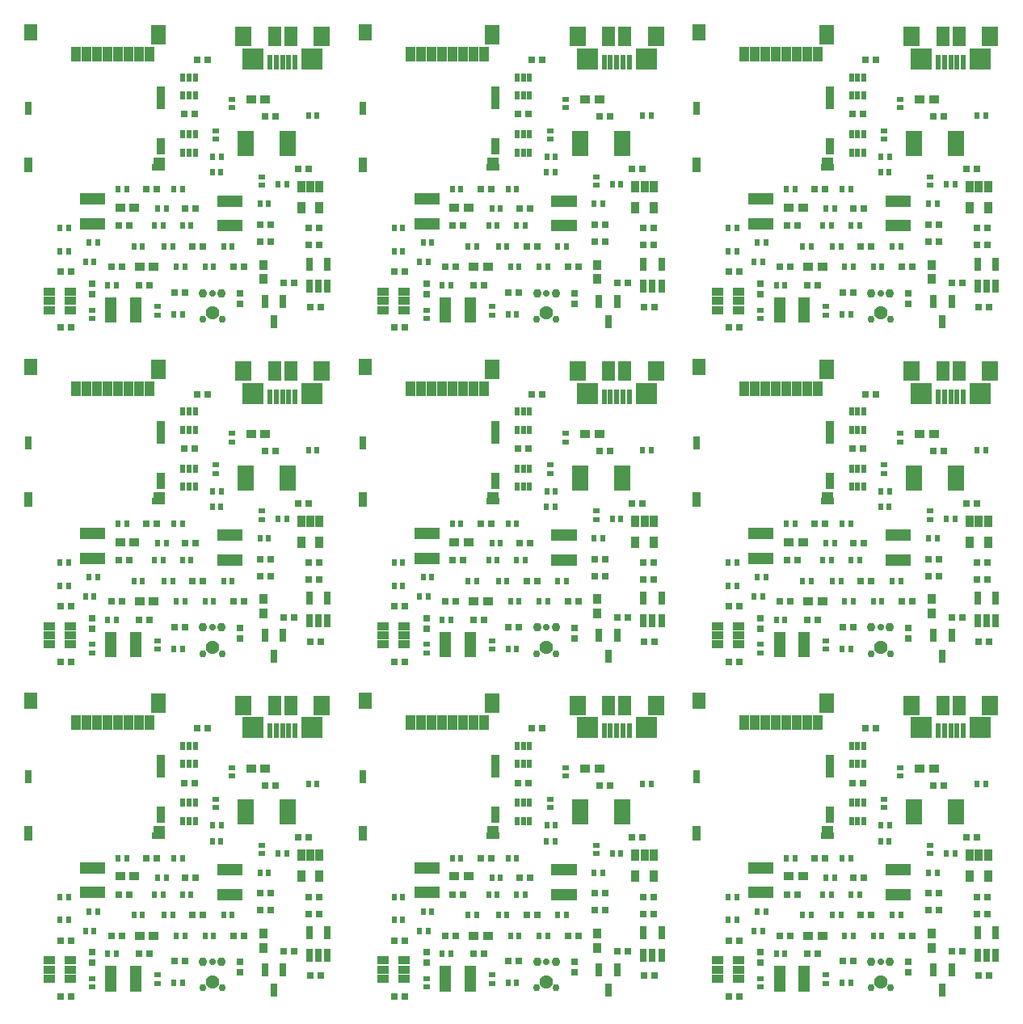
<source format=gbr>
G04 #@! TF.FileFunction,Soldermask,Top*
%FSLAX46Y46*%
G04 Gerber Fmt 4.6, Leading zero omitted, Abs format (unit mm)*
G04 Created by KiCad (PCBNEW 4.0.2+dfsg1-stable) date Wed 22 Jun 2016 02:24:39 PM EDT*
%MOMM*%
G01*
G04 APERTURE LIST*
%ADD10C,0.100000*%
%ADD11R,0.703200X1.403200*%
%ADD12R,0.803200X0.603200*%
%ADD13R,0.603200X1.553200*%
%ADD14R,2.303200X2.203200*%
%ADD15R,1.803200X2.103200*%
%ADD16R,1.403200X2.103200*%
%ADD17R,0.601980X0.952500*%
%ADD18R,0.803200X0.703200*%
%ADD19R,0.853200X1.263200*%
%ADD20R,0.603200X0.803200*%
%ADD21C,0.926200*%
%ADD22C,0.765200*%
%ADD23C,0.715200*%
%ADD24C,1.427200*%
%ADD25R,1.263200X0.853200*%
%ADD26R,0.803200X1.453200*%
%ADD27R,1.653200X0.653200*%
%ADD28R,0.683200X1.193200*%
%ADD29R,1.193200X0.683200*%
%ADD30R,0.703200X0.803200*%
%ADD31R,0.953200X1.003200*%
%ADD32R,1.003200X0.953200*%
%ADD33R,1.003200X1.603200*%
%ADD34R,1.553200X2.003200*%
%ADD35R,1.363200X1.703200*%
%ADD36R,0.853200X2.343200*%
%ADD37R,0.803200X1.353200*%
%ADD38R,0.853200X1.803200*%
%ADD39R,0.853200X1.503200*%
%ADD40R,1.303200X0.653200*%
%ADD41R,1.353200X0.653200*%
G04 APERTURE END LIST*
D10*
D11*
X113093000Y-110680000D03*
X114043000Y-110680000D03*
X114993000Y-110680000D03*
X114993000Y-108330000D03*
X113093000Y-108330000D03*
D12*
X104965000Y-91953000D03*
X104965000Y-91053000D03*
D13*
X108999000Y-87185000D03*
X109649000Y-87185000D03*
X110299000Y-87185000D03*
X110949000Y-87185000D03*
X111599000Y-87185000D03*
D14*
X107199000Y-86860000D03*
X113399000Y-86860000D03*
D15*
X114399000Y-84510000D03*
D16*
X111149000Y-84510000D03*
X109449000Y-84510000D03*
D15*
X106199000Y-84510000D03*
D17*
X99869760Y-90674960D03*
X100520000Y-90674960D03*
X101170240Y-90674960D03*
X101170240Y-88775040D03*
X100520000Y-88775040D03*
X99869760Y-88775040D03*
X99869760Y-96643960D03*
X100520000Y-96643960D03*
X101170240Y-96643960D03*
X101170240Y-94744040D03*
X100520000Y-94744040D03*
X99869760Y-94744040D03*
D18*
X101367000Y-86931000D03*
X102467000Y-86931000D03*
X99970000Y-92646000D03*
X101070000Y-92646000D03*
D19*
X114170000Y-100225000D03*
X113220000Y-100225000D03*
X112270000Y-100225000D03*
X112270000Y-102425000D03*
X114170000Y-102425000D03*
D20*
X113924000Y-92773000D03*
X113024000Y-92773000D03*
D18*
X113051000Y-104584000D03*
X114151000Y-104584000D03*
X113051000Y-106362000D03*
X114151000Y-106362000D03*
X113178000Y-112839000D03*
X114278000Y-112839000D03*
D21*
X101968000Y-111372000D03*
D22*
X101919000Y-114109000D03*
X103949000Y-114109000D03*
D21*
X103900000Y-111372000D03*
D23*
X102934000Y-111372000D03*
D24*
X102934000Y-113475000D03*
D25*
X88031000Y-113154000D03*
X88031000Y-112204000D03*
X88031000Y-111254000D03*
X85831000Y-111254000D03*
X85831000Y-113154000D03*
X85831000Y-112204000D03*
D26*
X110360000Y-112213000D03*
X108460000Y-112213000D03*
X109410000Y-114363000D03*
D27*
X106448000Y-94719000D03*
X106448000Y-95369000D03*
X106448000Y-96019000D03*
X106448000Y-96669000D03*
X110848000Y-96669000D03*
X110848000Y-96019000D03*
X110848000Y-95369000D03*
X110848000Y-94719000D03*
D28*
X105757000Y-101740000D03*
X105107000Y-101740000D03*
X104457000Y-101740000D03*
X103807000Y-101740000D03*
X103807000Y-104330000D03*
X104457000Y-104330000D03*
X105107000Y-104330000D03*
X105757000Y-104330000D03*
X91391000Y-101536000D03*
X90741000Y-101536000D03*
X90091000Y-101536000D03*
X89441000Y-101536000D03*
X89441000Y-104126000D03*
X90091000Y-104126000D03*
X90741000Y-104126000D03*
X91391000Y-104126000D03*
D29*
X92342000Y-112189000D03*
X92342000Y-112839000D03*
X92342000Y-113489000D03*
X92342000Y-114139000D03*
X94932000Y-114139000D03*
X94932000Y-113489000D03*
X94932000Y-112839000D03*
X94932000Y-112189000D03*
D20*
X108844000Y-102044000D03*
X107944000Y-102044000D03*
X110749000Y-100012000D03*
X109849000Y-100012000D03*
D12*
X108140000Y-99181000D03*
X108140000Y-100081000D03*
X103314000Y-95255000D03*
X103314000Y-94355000D03*
D20*
X103891000Y-97091000D03*
X102991000Y-97091000D03*
X102933000Y-98742000D03*
X103833000Y-98742000D03*
X95636000Y-106489000D03*
X94736000Y-106489000D03*
X102171000Y-108648000D03*
X103071000Y-108648000D03*
X97911000Y-106489000D03*
X98811000Y-106489000D03*
X99181000Y-108648000D03*
X100081000Y-108648000D03*
X98927000Y-113601000D03*
X99827000Y-113601000D03*
X104134000Y-106489000D03*
X105034000Y-106489000D03*
X90937000Y-106108000D03*
X90037000Y-106108000D03*
D12*
X97218000Y-112770000D03*
X97218000Y-113670000D03*
D20*
X86989000Y-104584000D03*
X87889000Y-104584000D03*
X98927000Y-100520000D03*
X99827000Y-100520000D03*
X86989000Y-106997000D03*
X87889000Y-106997000D03*
X92000000Y-110553000D03*
X92900000Y-110553000D03*
X99816000Y-104330000D03*
X100716000Y-104330000D03*
X97207000Y-102552000D03*
X98107000Y-102552000D03*
X96895000Y-104330000D03*
X97795000Y-104330000D03*
X93085000Y-100520000D03*
X93985000Y-100520000D03*
D18*
X88116000Y-114998000D03*
X87016000Y-114998000D03*
D30*
X105854000Y-111400000D03*
X105854000Y-112500000D03*
D18*
X110384000Y-110299000D03*
X111484000Y-110299000D03*
D31*
X108267000Y-109906000D03*
X108267000Y-108406000D03*
D32*
X108509000Y-91122000D03*
X107009000Y-91122000D03*
D18*
X108479000Y-92900000D03*
X109579000Y-92900000D03*
X100054000Y-111315000D03*
X98954000Y-111315000D03*
X106277000Y-108648000D03*
X105177000Y-108648000D03*
X100859000Y-106489000D03*
X101959000Y-106489000D03*
X107971000Y-105981000D03*
X109071000Y-105981000D03*
X93112000Y-104330000D03*
X94212000Y-104330000D03*
X95271000Y-110553000D03*
X96371000Y-110553000D03*
X107971000Y-104203000D03*
X109071000Y-104203000D03*
D32*
X93293000Y-102425000D03*
X94793000Y-102425000D03*
X95325000Y-108648000D03*
X96825000Y-108648000D03*
D18*
X101197000Y-102552000D03*
X100097000Y-102552000D03*
X96033000Y-100520000D03*
X97133000Y-100520000D03*
X87016000Y-109156000D03*
X88116000Y-109156000D03*
X92350000Y-108648000D03*
X93450000Y-108648000D03*
D30*
X90360000Y-111484000D03*
X90360000Y-110384000D03*
D12*
X90360000Y-114051000D03*
X90360000Y-113151000D03*
D20*
X89656000Y-108140000D03*
X90556000Y-108140000D03*
D18*
X113008000Y-98361000D03*
X111908000Y-98361000D03*
D33*
X96369000Y-86358000D03*
X95269000Y-86358000D03*
X94169000Y-86358000D03*
X93069000Y-86358000D03*
X91969000Y-86358000D03*
X90869000Y-86358000D03*
X89769000Y-86358000D03*
X88669000Y-86358000D03*
D34*
X97259000Y-84308000D03*
D35*
X83939000Y-84058000D03*
D36*
X97584000Y-90938000D03*
D37*
X83659000Y-92033000D03*
D38*
X97584000Y-96018000D03*
D39*
X83684000Y-97958000D03*
D40*
X97359000Y-97523000D03*
D41*
X97334000Y-98183000D03*
D11*
X113093000Y-75660000D03*
X114043000Y-75660000D03*
X114993000Y-75660000D03*
X114993000Y-73310000D03*
X113093000Y-73310000D03*
D12*
X104965000Y-56933000D03*
X104965000Y-56033000D03*
D13*
X108999000Y-52165000D03*
X109649000Y-52165000D03*
X110299000Y-52165000D03*
X110949000Y-52165000D03*
X111599000Y-52165000D03*
D14*
X107199000Y-51840000D03*
X113399000Y-51840000D03*
D15*
X114399000Y-49490000D03*
D16*
X111149000Y-49490000D03*
X109449000Y-49490000D03*
D15*
X106199000Y-49490000D03*
D17*
X99869760Y-55654960D03*
X100520000Y-55654960D03*
X101170240Y-55654960D03*
X101170240Y-53755040D03*
X100520000Y-53755040D03*
X99869760Y-53755040D03*
X99869760Y-61623960D03*
X100520000Y-61623960D03*
X101170240Y-61623960D03*
X101170240Y-59724040D03*
X100520000Y-59724040D03*
X99869760Y-59724040D03*
D18*
X101367000Y-51911000D03*
X102467000Y-51911000D03*
X99970000Y-57626000D03*
X101070000Y-57626000D03*
D19*
X114170000Y-65205000D03*
X113220000Y-65205000D03*
X112270000Y-65205000D03*
X112270000Y-67405000D03*
X114170000Y-67405000D03*
D20*
X113924000Y-57753000D03*
X113024000Y-57753000D03*
D18*
X113051000Y-69564000D03*
X114151000Y-69564000D03*
X113051000Y-71342000D03*
X114151000Y-71342000D03*
X113178000Y-77819000D03*
X114278000Y-77819000D03*
D21*
X101968000Y-76352000D03*
D22*
X101919000Y-79089000D03*
X103949000Y-79089000D03*
D21*
X103900000Y-76352000D03*
D23*
X102934000Y-76352000D03*
D24*
X102934000Y-78455000D03*
D25*
X88031000Y-78134000D03*
X88031000Y-77184000D03*
X88031000Y-76234000D03*
X85831000Y-76234000D03*
X85831000Y-78134000D03*
X85831000Y-77184000D03*
D26*
X110360000Y-77193000D03*
X108460000Y-77193000D03*
X109410000Y-79343000D03*
D27*
X106448000Y-59699000D03*
X106448000Y-60349000D03*
X106448000Y-60999000D03*
X106448000Y-61649000D03*
X110848000Y-61649000D03*
X110848000Y-60999000D03*
X110848000Y-60349000D03*
X110848000Y-59699000D03*
D28*
X105757000Y-66720000D03*
X105107000Y-66720000D03*
X104457000Y-66720000D03*
X103807000Y-66720000D03*
X103807000Y-69310000D03*
X104457000Y-69310000D03*
X105107000Y-69310000D03*
X105757000Y-69310000D03*
X91391000Y-66516000D03*
X90741000Y-66516000D03*
X90091000Y-66516000D03*
X89441000Y-66516000D03*
X89441000Y-69106000D03*
X90091000Y-69106000D03*
X90741000Y-69106000D03*
X91391000Y-69106000D03*
D29*
X92342000Y-77169000D03*
X92342000Y-77819000D03*
X92342000Y-78469000D03*
X92342000Y-79119000D03*
X94932000Y-79119000D03*
X94932000Y-78469000D03*
X94932000Y-77819000D03*
X94932000Y-77169000D03*
D20*
X108844000Y-67024000D03*
X107944000Y-67024000D03*
X110749000Y-64992000D03*
X109849000Y-64992000D03*
D12*
X108140000Y-64161000D03*
X108140000Y-65061000D03*
X103314000Y-60235000D03*
X103314000Y-59335000D03*
D20*
X103891000Y-62071000D03*
X102991000Y-62071000D03*
X102933000Y-63722000D03*
X103833000Y-63722000D03*
X95636000Y-71469000D03*
X94736000Y-71469000D03*
X102171000Y-73628000D03*
X103071000Y-73628000D03*
X97911000Y-71469000D03*
X98811000Y-71469000D03*
X99181000Y-73628000D03*
X100081000Y-73628000D03*
X98927000Y-78581000D03*
X99827000Y-78581000D03*
X104134000Y-71469000D03*
X105034000Y-71469000D03*
X90937000Y-71088000D03*
X90037000Y-71088000D03*
D12*
X97218000Y-77750000D03*
X97218000Y-78650000D03*
D20*
X86989000Y-69564000D03*
X87889000Y-69564000D03*
X98927000Y-65500000D03*
X99827000Y-65500000D03*
X86989000Y-71977000D03*
X87889000Y-71977000D03*
X92000000Y-75533000D03*
X92900000Y-75533000D03*
X99816000Y-69310000D03*
X100716000Y-69310000D03*
X97207000Y-67532000D03*
X98107000Y-67532000D03*
X96895000Y-69310000D03*
X97795000Y-69310000D03*
X93085000Y-65500000D03*
X93985000Y-65500000D03*
D18*
X88116000Y-79978000D03*
X87016000Y-79978000D03*
D30*
X105854000Y-76380000D03*
X105854000Y-77480000D03*
D18*
X110384000Y-75279000D03*
X111484000Y-75279000D03*
D31*
X108267000Y-74886000D03*
X108267000Y-73386000D03*
D32*
X108509000Y-56102000D03*
X107009000Y-56102000D03*
D18*
X108479000Y-57880000D03*
X109579000Y-57880000D03*
X100054000Y-76295000D03*
X98954000Y-76295000D03*
X106277000Y-73628000D03*
X105177000Y-73628000D03*
X100859000Y-71469000D03*
X101959000Y-71469000D03*
X107971000Y-70961000D03*
X109071000Y-70961000D03*
X93112000Y-69310000D03*
X94212000Y-69310000D03*
X95271000Y-75533000D03*
X96371000Y-75533000D03*
X107971000Y-69183000D03*
X109071000Y-69183000D03*
D32*
X93293000Y-67405000D03*
X94793000Y-67405000D03*
X95325000Y-73628000D03*
X96825000Y-73628000D03*
D18*
X101197000Y-67532000D03*
X100097000Y-67532000D03*
X96033000Y-65500000D03*
X97133000Y-65500000D03*
X87016000Y-74136000D03*
X88116000Y-74136000D03*
X92350000Y-73628000D03*
X93450000Y-73628000D03*
D30*
X90360000Y-76464000D03*
X90360000Y-75364000D03*
D12*
X90360000Y-79031000D03*
X90360000Y-78131000D03*
D20*
X89656000Y-73120000D03*
X90556000Y-73120000D03*
D18*
X113008000Y-63341000D03*
X111908000Y-63341000D03*
D33*
X96369000Y-51338000D03*
X95269000Y-51338000D03*
X94169000Y-51338000D03*
X93069000Y-51338000D03*
X91969000Y-51338000D03*
X90869000Y-51338000D03*
X89769000Y-51338000D03*
X88669000Y-51338000D03*
D34*
X97259000Y-49288000D03*
D35*
X83939000Y-49038000D03*
D36*
X97584000Y-55918000D03*
D37*
X83659000Y-57013000D03*
D38*
X97584000Y-60998000D03*
D39*
X83684000Y-62938000D03*
D40*
X97359000Y-62503000D03*
D41*
X97334000Y-63163000D03*
D11*
X113093000Y-40640000D03*
X114043000Y-40640000D03*
X114993000Y-40640000D03*
X114993000Y-38290000D03*
X113093000Y-38290000D03*
D12*
X104965000Y-21913000D03*
X104965000Y-21013000D03*
D13*
X108999000Y-17145000D03*
X109649000Y-17145000D03*
X110299000Y-17145000D03*
X110949000Y-17145000D03*
X111599000Y-17145000D03*
D14*
X107199000Y-16820000D03*
X113399000Y-16820000D03*
D15*
X114399000Y-14470000D03*
D16*
X111149000Y-14470000D03*
X109449000Y-14470000D03*
D15*
X106199000Y-14470000D03*
D17*
X99869760Y-20634960D03*
X100520000Y-20634960D03*
X101170240Y-20634960D03*
X101170240Y-18735040D03*
X100520000Y-18735040D03*
X99869760Y-18735040D03*
X99869760Y-26603960D03*
X100520000Y-26603960D03*
X101170240Y-26603960D03*
X101170240Y-24704040D03*
X100520000Y-24704040D03*
X99869760Y-24704040D03*
D18*
X101367000Y-16891000D03*
X102467000Y-16891000D03*
X99970000Y-22606000D03*
X101070000Y-22606000D03*
D19*
X114170000Y-30185000D03*
X113220000Y-30185000D03*
X112270000Y-30185000D03*
X112270000Y-32385000D03*
X114170000Y-32385000D03*
D20*
X113924000Y-22733000D03*
X113024000Y-22733000D03*
D18*
X113051000Y-34544000D03*
X114151000Y-34544000D03*
X113051000Y-36322000D03*
X114151000Y-36322000D03*
X113178000Y-42799000D03*
X114278000Y-42799000D03*
D21*
X101968000Y-41332000D03*
D22*
X101919000Y-44069000D03*
X103949000Y-44069000D03*
D21*
X103900000Y-41332000D03*
D23*
X102934000Y-41332000D03*
D24*
X102934000Y-43435000D03*
D25*
X88031000Y-43114000D03*
X88031000Y-42164000D03*
X88031000Y-41214000D03*
X85831000Y-41214000D03*
X85831000Y-43114000D03*
X85831000Y-42164000D03*
D26*
X110360000Y-42173000D03*
X108460000Y-42173000D03*
X109410000Y-44323000D03*
D27*
X106448000Y-24679000D03*
X106448000Y-25329000D03*
X106448000Y-25979000D03*
X106448000Y-26629000D03*
X110848000Y-26629000D03*
X110848000Y-25979000D03*
X110848000Y-25329000D03*
X110848000Y-24679000D03*
D28*
X105757000Y-31700000D03*
X105107000Y-31700000D03*
X104457000Y-31700000D03*
X103807000Y-31700000D03*
X103807000Y-34290000D03*
X104457000Y-34290000D03*
X105107000Y-34290000D03*
X105757000Y-34290000D03*
X91391000Y-31496000D03*
X90741000Y-31496000D03*
X90091000Y-31496000D03*
X89441000Y-31496000D03*
X89441000Y-34086000D03*
X90091000Y-34086000D03*
X90741000Y-34086000D03*
X91391000Y-34086000D03*
D29*
X92342000Y-42149000D03*
X92342000Y-42799000D03*
X92342000Y-43449000D03*
X92342000Y-44099000D03*
X94932000Y-44099000D03*
X94932000Y-43449000D03*
X94932000Y-42799000D03*
X94932000Y-42149000D03*
D20*
X108844000Y-32004000D03*
X107944000Y-32004000D03*
X110749000Y-29972000D03*
X109849000Y-29972000D03*
D12*
X108140000Y-29141000D03*
X108140000Y-30041000D03*
X103314000Y-25215000D03*
X103314000Y-24315000D03*
D20*
X103891000Y-27051000D03*
X102991000Y-27051000D03*
X102933000Y-28702000D03*
X103833000Y-28702000D03*
X95636000Y-36449000D03*
X94736000Y-36449000D03*
X102171000Y-38608000D03*
X103071000Y-38608000D03*
X97911000Y-36449000D03*
X98811000Y-36449000D03*
X99181000Y-38608000D03*
X100081000Y-38608000D03*
X98927000Y-43561000D03*
X99827000Y-43561000D03*
X104134000Y-36449000D03*
X105034000Y-36449000D03*
X90937000Y-36068000D03*
X90037000Y-36068000D03*
D12*
X97218000Y-42730000D03*
X97218000Y-43630000D03*
D20*
X86989000Y-34544000D03*
X87889000Y-34544000D03*
X98927000Y-30480000D03*
X99827000Y-30480000D03*
X86989000Y-36957000D03*
X87889000Y-36957000D03*
X92000000Y-40513000D03*
X92900000Y-40513000D03*
X99816000Y-34290000D03*
X100716000Y-34290000D03*
X97207000Y-32512000D03*
X98107000Y-32512000D03*
X96895000Y-34290000D03*
X97795000Y-34290000D03*
X93085000Y-30480000D03*
X93985000Y-30480000D03*
D18*
X88116000Y-44958000D03*
X87016000Y-44958000D03*
D30*
X105854000Y-41360000D03*
X105854000Y-42460000D03*
D18*
X110384000Y-40259000D03*
X111484000Y-40259000D03*
D31*
X108267000Y-39866000D03*
X108267000Y-38366000D03*
D32*
X108509000Y-21082000D03*
X107009000Y-21082000D03*
D18*
X108479000Y-22860000D03*
X109579000Y-22860000D03*
X100054000Y-41275000D03*
X98954000Y-41275000D03*
X106277000Y-38608000D03*
X105177000Y-38608000D03*
X100859000Y-36449000D03*
X101959000Y-36449000D03*
X107971000Y-35941000D03*
X109071000Y-35941000D03*
X93112000Y-34290000D03*
X94212000Y-34290000D03*
X95271000Y-40513000D03*
X96371000Y-40513000D03*
X107971000Y-34163000D03*
X109071000Y-34163000D03*
D32*
X93293000Y-32385000D03*
X94793000Y-32385000D03*
X95325000Y-38608000D03*
X96825000Y-38608000D03*
D18*
X101197000Y-32512000D03*
X100097000Y-32512000D03*
X96033000Y-30480000D03*
X97133000Y-30480000D03*
X87016000Y-39116000D03*
X88116000Y-39116000D03*
X92350000Y-38608000D03*
X93450000Y-38608000D03*
D30*
X90360000Y-41444000D03*
X90360000Y-40344000D03*
D12*
X90360000Y-44011000D03*
X90360000Y-43111000D03*
D20*
X89656000Y-38100000D03*
X90556000Y-38100000D03*
D18*
X113008000Y-28321000D03*
X111908000Y-28321000D03*
D33*
X96369000Y-16318000D03*
X95269000Y-16318000D03*
X94169000Y-16318000D03*
X93069000Y-16318000D03*
X91969000Y-16318000D03*
X90869000Y-16318000D03*
X89769000Y-16318000D03*
X88669000Y-16318000D03*
D34*
X97259000Y-14268000D03*
D35*
X83939000Y-14018000D03*
D36*
X97584000Y-20898000D03*
D37*
X83659000Y-21993000D03*
D38*
X97584000Y-25978000D03*
D39*
X83684000Y-27918000D03*
D40*
X97359000Y-27483000D03*
D41*
X97334000Y-28143000D03*
D11*
X78073000Y-110680000D03*
X79023000Y-110680000D03*
X79973000Y-110680000D03*
X79973000Y-108330000D03*
X78073000Y-108330000D03*
D12*
X69945000Y-91953000D03*
X69945000Y-91053000D03*
D13*
X73979000Y-87185000D03*
X74629000Y-87185000D03*
X75279000Y-87185000D03*
X75929000Y-87185000D03*
X76579000Y-87185000D03*
D14*
X72179000Y-86860000D03*
X78379000Y-86860000D03*
D15*
X79379000Y-84510000D03*
D16*
X76129000Y-84510000D03*
X74429000Y-84510000D03*
D15*
X71179000Y-84510000D03*
D17*
X64849760Y-90674960D03*
X65500000Y-90674960D03*
X66150240Y-90674960D03*
X66150240Y-88775040D03*
X65500000Y-88775040D03*
X64849760Y-88775040D03*
X64849760Y-96643960D03*
X65500000Y-96643960D03*
X66150240Y-96643960D03*
X66150240Y-94744040D03*
X65500000Y-94744040D03*
X64849760Y-94744040D03*
D18*
X66347000Y-86931000D03*
X67447000Y-86931000D03*
X64950000Y-92646000D03*
X66050000Y-92646000D03*
D19*
X79150000Y-100225000D03*
X78200000Y-100225000D03*
X77250000Y-100225000D03*
X77250000Y-102425000D03*
X79150000Y-102425000D03*
D20*
X78904000Y-92773000D03*
X78004000Y-92773000D03*
D18*
X78031000Y-104584000D03*
X79131000Y-104584000D03*
X78031000Y-106362000D03*
X79131000Y-106362000D03*
X78158000Y-112839000D03*
X79258000Y-112839000D03*
D21*
X66948000Y-111372000D03*
D22*
X66899000Y-114109000D03*
X68929000Y-114109000D03*
D21*
X68880000Y-111372000D03*
D23*
X67914000Y-111372000D03*
D24*
X67914000Y-113475000D03*
D25*
X53011000Y-113154000D03*
X53011000Y-112204000D03*
X53011000Y-111254000D03*
X50811000Y-111254000D03*
X50811000Y-113154000D03*
X50811000Y-112204000D03*
D26*
X75340000Y-112213000D03*
X73440000Y-112213000D03*
X74390000Y-114363000D03*
D27*
X71428000Y-94719000D03*
X71428000Y-95369000D03*
X71428000Y-96019000D03*
X71428000Y-96669000D03*
X75828000Y-96669000D03*
X75828000Y-96019000D03*
X75828000Y-95369000D03*
X75828000Y-94719000D03*
D28*
X70737000Y-101740000D03*
X70087000Y-101740000D03*
X69437000Y-101740000D03*
X68787000Y-101740000D03*
X68787000Y-104330000D03*
X69437000Y-104330000D03*
X70087000Y-104330000D03*
X70737000Y-104330000D03*
X56371000Y-101536000D03*
X55721000Y-101536000D03*
X55071000Y-101536000D03*
X54421000Y-101536000D03*
X54421000Y-104126000D03*
X55071000Y-104126000D03*
X55721000Y-104126000D03*
X56371000Y-104126000D03*
D29*
X57322000Y-112189000D03*
X57322000Y-112839000D03*
X57322000Y-113489000D03*
X57322000Y-114139000D03*
X59912000Y-114139000D03*
X59912000Y-113489000D03*
X59912000Y-112839000D03*
X59912000Y-112189000D03*
D20*
X73824000Y-102044000D03*
X72924000Y-102044000D03*
X75729000Y-100012000D03*
X74829000Y-100012000D03*
D12*
X73120000Y-99181000D03*
X73120000Y-100081000D03*
X68294000Y-95255000D03*
X68294000Y-94355000D03*
D20*
X68871000Y-97091000D03*
X67971000Y-97091000D03*
X67913000Y-98742000D03*
X68813000Y-98742000D03*
X60616000Y-106489000D03*
X59716000Y-106489000D03*
X67151000Y-108648000D03*
X68051000Y-108648000D03*
X62891000Y-106489000D03*
X63791000Y-106489000D03*
X64161000Y-108648000D03*
X65061000Y-108648000D03*
X63907000Y-113601000D03*
X64807000Y-113601000D03*
X69114000Y-106489000D03*
X70014000Y-106489000D03*
X55917000Y-106108000D03*
X55017000Y-106108000D03*
D12*
X62198000Y-112770000D03*
X62198000Y-113670000D03*
D20*
X51969000Y-104584000D03*
X52869000Y-104584000D03*
X63907000Y-100520000D03*
X64807000Y-100520000D03*
X51969000Y-106997000D03*
X52869000Y-106997000D03*
X56980000Y-110553000D03*
X57880000Y-110553000D03*
X64796000Y-104330000D03*
X65696000Y-104330000D03*
X62187000Y-102552000D03*
X63087000Y-102552000D03*
X61875000Y-104330000D03*
X62775000Y-104330000D03*
X58065000Y-100520000D03*
X58965000Y-100520000D03*
D18*
X53096000Y-114998000D03*
X51996000Y-114998000D03*
D30*
X70834000Y-111400000D03*
X70834000Y-112500000D03*
D18*
X75364000Y-110299000D03*
X76464000Y-110299000D03*
D31*
X73247000Y-109906000D03*
X73247000Y-108406000D03*
D32*
X73489000Y-91122000D03*
X71989000Y-91122000D03*
D18*
X73459000Y-92900000D03*
X74559000Y-92900000D03*
X65034000Y-111315000D03*
X63934000Y-111315000D03*
X71257000Y-108648000D03*
X70157000Y-108648000D03*
X65839000Y-106489000D03*
X66939000Y-106489000D03*
X72951000Y-105981000D03*
X74051000Y-105981000D03*
X58092000Y-104330000D03*
X59192000Y-104330000D03*
X60251000Y-110553000D03*
X61351000Y-110553000D03*
X72951000Y-104203000D03*
X74051000Y-104203000D03*
D32*
X58273000Y-102425000D03*
X59773000Y-102425000D03*
X60305000Y-108648000D03*
X61805000Y-108648000D03*
D18*
X66177000Y-102552000D03*
X65077000Y-102552000D03*
X61013000Y-100520000D03*
X62113000Y-100520000D03*
X51996000Y-109156000D03*
X53096000Y-109156000D03*
X57330000Y-108648000D03*
X58430000Y-108648000D03*
D30*
X55340000Y-111484000D03*
X55340000Y-110384000D03*
D12*
X55340000Y-114051000D03*
X55340000Y-113151000D03*
D20*
X54636000Y-108140000D03*
X55536000Y-108140000D03*
D18*
X77988000Y-98361000D03*
X76888000Y-98361000D03*
D33*
X61349000Y-86358000D03*
X60249000Y-86358000D03*
X59149000Y-86358000D03*
X58049000Y-86358000D03*
X56949000Y-86358000D03*
X55849000Y-86358000D03*
X54749000Y-86358000D03*
X53649000Y-86358000D03*
D34*
X62239000Y-84308000D03*
D35*
X48919000Y-84058000D03*
D36*
X62564000Y-90938000D03*
D37*
X48639000Y-92033000D03*
D38*
X62564000Y-96018000D03*
D39*
X48664000Y-97958000D03*
D40*
X62339000Y-97523000D03*
D41*
X62314000Y-98183000D03*
D11*
X78073000Y-75660000D03*
X79023000Y-75660000D03*
X79973000Y-75660000D03*
X79973000Y-73310000D03*
X78073000Y-73310000D03*
D12*
X69945000Y-56933000D03*
X69945000Y-56033000D03*
D13*
X73979000Y-52165000D03*
X74629000Y-52165000D03*
X75279000Y-52165000D03*
X75929000Y-52165000D03*
X76579000Y-52165000D03*
D14*
X72179000Y-51840000D03*
X78379000Y-51840000D03*
D15*
X79379000Y-49490000D03*
D16*
X76129000Y-49490000D03*
X74429000Y-49490000D03*
D15*
X71179000Y-49490000D03*
D17*
X64849760Y-55654960D03*
X65500000Y-55654960D03*
X66150240Y-55654960D03*
X66150240Y-53755040D03*
X65500000Y-53755040D03*
X64849760Y-53755040D03*
X64849760Y-61623960D03*
X65500000Y-61623960D03*
X66150240Y-61623960D03*
X66150240Y-59724040D03*
X65500000Y-59724040D03*
X64849760Y-59724040D03*
D18*
X66347000Y-51911000D03*
X67447000Y-51911000D03*
X64950000Y-57626000D03*
X66050000Y-57626000D03*
D19*
X79150000Y-65205000D03*
X78200000Y-65205000D03*
X77250000Y-65205000D03*
X77250000Y-67405000D03*
X79150000Y-67405000D03*
D20*
X78904000Y-57753000D03*
X78004000Y-57753000D03*
D18*
X78031000Y-69564000D03*
X79131000Y-69564000D03*
X78031000Y-71342000D03*
X79131000Y-71342000D03*
X78158000Y-77819000D03*
X79258000Y-77819000D03*
D21*
X66948000Y-76352000D03*
D22*
X66899000Y-79089000D03*
X68929000Y-79089000D03*
D21*
X68880000Y-76352000D03*
D23*
X67914000Y-76352000D03*
D24*
X67914000Y-78455000D03*
D25*
X53011000Y-78134000D03*
X53011000Y-77184000D03*
X53011000Y-76234000D03*
X50811000Y-76234000D03*
X50811000Y-78134000D03*
X50811000Y-77184000D03*
D26*
X75340000Y-77193000D03*
X73440000Y-77193000D03*
X74390000Y-79343000D03*
D27*
X71428000Y-59699000D03*
X71428000Y-60349000D03*
X71428000Y-60999000D03*
X71428000Y-61649000D03*
X75828000Y-61649000D03*
X75828000Y-60999000D03*
X75828000Y-60349000D03*
X75828000Y-59699000D03*
D28*
X70737000Y-66720000D03*
X70087000Y-66720000D03*
X69437000Y-66720000D03*
X68787000Y-66720000D03*
X68787000Y-69310000D03*
X69437000Y-69310000D03*
X70087000Y-69310000D03*
X70737000Y-69310000D03*
X56371000Y-66516000D03*
X55721000Y-66516000D03*
X55071000Y-66516000D03*
X54421000Y-66516000D03*
X54421000Y-69106000D03*
X55071000Y-69106000D03*
X55721000Y-69106000D03*
X56371000Y-69106000D03*
D29*
X57322000Y-77169000D03*
X57322000Y-77819000D03*
X57322000Y-78469000D03*
X57322000Y-79119000D03*
X59912000Y-79119000D03*
X59912000Y-78469000D03*
X59912000Y-77819000D03*
X59912000Y-77169000D03*
D20*
X73824000Y-67024000D03*
X72924000Y-67024000D03*
X75729000Y-64992000D03*
X74829000Y-64992000D03*
D12*
X73120000Y-64161000D03*
X73120000Y-65061000D03*
X68294000Y-60235000D03*
X68294000Y-59335000D03*
D20*
X68871000Y-62071000D03*
X67971000Y-62071000D03*
X67913000Y-63722000D03*
X68813000Y-63722000D03*
X60616000Y-71469000D03*
X59716000Y-71469000D03*
X67151000Y-73628000D03*
X68051000Y-73628000D03*
X62891000Y-71469000D03*
X63791000Y-71469000D03*
X64161000Y-73628000D03*
X65061000Y-73628000D03*
X63907000Y-78581000D03*
X64807000Y-78581000D03*
X69114000Y-71469000D03*
X70014000Y-71469000D03*
X55917000Y-71088000D03*
X55017000Y-71088000D03*
D12*
X62198000Y-77750000D03*
X62198000Y-78650000D03*
D20*
X51969000Y-69564000D03*
X52869000Y-69564000D03*
X63907000Y-65500000D03*
X64807000Y-65500000D03*
X51969000Y-71977000D03*
X52869000Y-71977000D03*
X56980000Y-75533000D03*
X57880000Y-75533000D03*
X64796000Y-69310000D03*
X65696000Y-69310000D03*
X62187000Y-67532000D03*
X63087000Y-67532000D03*
X61875000Y-69310000D03*
X62775000Y-69310000D03*
X58065000Y-65500000D03*
X58965000Y-65500000D03*
D18*
X53096000Y-79978000D03*
X51996000Y-79978000D03*
D30*
X70834000Y-76380000D03*
X70834000Y-77480000D03*
D18*
X75364000Y-75279000D03*
X76464000Y-75279000D03*
D31*
X73247000Y-74886000D03*
X73247000Y-73386000D03*
D32*
X73489000Y-56102000D03*
X71989000Y-56102000D03*
D18*
X73459000Y-57880000D03*
X74559000Y-57880000D03*
X65034000Y-76295000D03*
X63934000Y-76295000D03*
X71257000Y-73628000D03*
X70157000Y-73628000D03*
X65839000Y-71469000D03*
X66939000Y-71469000D03*
X72951000Y-70961000D03*
X74051000Y-70961000D03*
X58092000Y-69310000D03*
X59192000Y-69310000D03*
X60251000Y-75533000D03*
X61351000Y-75533000D03*
X72951000Y-69183000D03*
X74051000Y-69183000D03*
D32*
X58273000Y-67405000D03*
X59773000Y-67405000D03*
X60305000Y-73628000D03*
X61805000Y-73628000D03*
D18*
X66177000Y-67532000D03*
X65077000Y-67532000D03*
X61013000Y-65500000D03*
X62113000Y-65500000D03*
X51996000Y-74136000D03*
X53096000Y-74136000D03*
X57330000Y-73628000D03*
X58430000Y-73628000D03*
D30*
X55340000Y-76464000D03*
X55340000Y-75364000D03*
D12*
X55340000Y-79031000D03*
X55340000Y-78131000D03*
D20*
X54636000Y-73120000D03*
X55536000Y-73120000D03*
D18*
X77988000Y-63341000D03*
X76888000Y-63341000D03*
D33*
X61349000Y-51338000D03*
X60249000Y-51338000D03*
X59149000Y-51338000D03*
X58049000Y-51338000D03*
X56949000Y-51338000D03*
X55849000Y-51338000D03*
X54749000Y-51338000D03*
X53649000Y-51338000D03*
D34*
X62239000Y-49288000D03*
D35*
X48919000Y-49038000D03*
D36*
X62564000Y-55918000D03*
D37*
X48639000Y-57013000D03*
D38*
X62564000Y-60998000D03*
D39*
X48664000Y-62938000D03*
D40*
X62339000Y-62503000D03*
D41*
X62314000Y-63163000D03*
D11*
X78073000Y-40640000D03*
X79023000Y-40640000D03*
X79973000Y-40640000D03*
X79973000Y-38290000D03*
X78073000Y-38290000D03*
D12*
X69945000Y-21913000D03*
X69945000Y-21013000D03*
D13*
X73979000Y-17145000D03*
X74629000Y-17145000D03*
X75279000Y-17145000D03*
X75929000Y-17145000D03*
X76579000Y-17145000D03*
D14*
X72179000Y-16820000D03*
X78379000Y-16820000D03*
D15*
X79379000Y-14470000D03*
D16*
X76129000Y-14470000D03*
X74429000Y-14470000D03*
D15*
X71179000Y-14470000D03*
D17*
X64849760Y-20634960D03*
X65500000Y-20634960D03*
X66150240Y-20634960D03*
X66150240Y-18735040D03*
X65500000Y-18735040D03*
X64849760Y-18735040D03*
X64849760Y-26603960D03*
X65500000Y-26603960D03*
X66150240Y-26603960D03*
X66150240Y-24704040D03*
X65500000Y-24704040D03*
X64849760Y-24704040D03*
D18*
X66347000Y-16891000D03*
X67447000Y-16891000D03*
X64950000Y-22606000D03*
X66050000Y-22606000D03*
D19*
X79150000Y-30185000D03*
X78200000Y-30185000D03*
X77250000Y-30185000D03*
X77250000Y-32385000D03*
X79150000Y-32385000D03*
D20*
X78904000Y-22733000D03*
X78004000Y-22733000D03*
D18*
X78031000Y-34544000D03*
X79131000Y-34544000D03*
X78031000Y-36322000D03*
X79131000Y-36322000D03*
X78158000Y-42799000D03*
X79258000Y-42799000D03*
D21*
X66948000Y-41332000D03*
D22*
X66899000Y-44069000D03*
X68929000Y-44069000D03*
D21*
X68880000Y-41332000D03*
D23*
X67914000Y-41332000D03*
D24*
X67914000Y-43435000D03*
D25*
X53011000Y-43114000D03*
X53011000Y-42164000D03*
X53011000Y-41214000D03*
X50811000Y-41214000D03*
X50811000Y-43114000D03*
X50811000Y-42164000D03*
D26*
X75340000Y-42173000D03*
X73440000Y-42173000D03*
X74390000Y-44323000D03*
D27*
X71428000Y-24679000D03*
X71428000Y-25329000D03*
X71428000Y-25979000D03*
X71428000Y-26629000D03*
X75828000Y-26629000D03*
X75828000Y-25979000D03*
X75828000Y-25329000D03*
X75828000Y-24679000D03*
D28*
X70737000Y-31700000D03*
X70087000Y-31700000D03*
X69437000Y-31700000D03*
X68787000Y-31700000D03*
X68787000Y-34290000D03*
X69437000Y-34290000D03*
X70087000Y-34290000D03*
X70737000Y-34290000D03*
X56371000Y-31496000D03*
X55721000Y-31496000D03*
X55071000Y-31496000D03*
X54421000Y-31496000D03*
X54421000Y-34086000D03*
X55071000Y-34086000D03*
X55721000Y-34086000D03*
X56371000Y-34086000D03*
D29*
X57322000Y-42149000D03*
X57322000Y-42799000D03*
X57322000Y-43449000D03*
X57322000Y-44099000D03*
X59912000Y-44099000D03*
X59912000Y-43449000D03*
X59912000Y-42799000D03*
X59912000Y-42149000D03*
D20*
X73824000Y-32004000D03*
X72924000Y-32004000D03*
X75729000Y-29972000D03*
X74829000Y-29972000D03*
D12*
X73120000Y-29141000D03*
X73120000Y-30041000D03*
X68294000Y-25215000D03*
X68294000Y-24315000D03*
D20*
X68871000Y-27051000D03*
X67971000Y-27051000D03*
X67913000Y-28702000D03*
X68813000Y-28702000D03*
X60616000Y-36449000D03*
X59716000Y-36449000D03*
X67151000Y-38608000D03*
X68051000Y-38608000D03*
X62891000Y-36449000D03*
X63791000Y-36449000D03*
X64161000Y-38608000D03*
X65061000Y-38608000D03*
X63907000Y-43561000D03*
X64807000Y-43561000D03*
X69114000Y-36449000D03*
X70014000Y-36449000D03*
X55917000Y-36068000D03*
X55017000Y-36068000D03*
D12*
X62198000Y-42730000D03*
X62198000Y-43630000D03*
D20*
X51969000Y-34544000D03*
X52869000Y-34544000D03*
X63907000Y-30480000D03*
X64807000Y-30480000D03*
X51969000Y-36957000D03*
X52869000Y-36957000D03*
X56980000Y-40513000D03*
X57880000Y-40513000D03*
X64796000Y-34290000D03*
X65696000Y-34290000D03*
X62187000Y-32512000D03*
X63087000Y-32512000D03*
X61875000Y-34290000D03*
X62775000Y-34290000D03*
X58065000Y-30480000D03*
X58965000Y-30480000D03*
D18*
X53096000Y-44958000D03*
X51996000Y-44958000D03*
D30*
X70834000Y-41360000D03*
X70834000Y-42460000D03*
D18*
X75364000Y-40259000D03*
X76464000Y-40259000D03*
D31*
X73247000Y-39866000D03*
X73247000Y-38366000D03*
D32*
X73489000Y-21082000D03*
X71989000Y-21082000D03*
D18*
X73459000Y-22860000D03*
X74559000Y-22860000D03*
X65034000Y-41275000D03*
X63934000Y-41275000D03*
X71257000Y-38608000D03*
X70157000Y-38608000D03*
X65839000Y-36449000D03*
X66939000Y-36449000D03*
X72951000Y-35941000D03*
X74051000Y-35941000D03*
X58092000Y-34290000D03*
X59192000Y-34290000D03*
X60251000Y-40513000D03*
X61351000Y-40513000D03*
X72951000Y-34163000D03*
X74051000Y-34163000D03*
D32*
X58273000Y-32385000D03*
X59773000Y-32385000D03*
X60305000Y-38608000D03*
X61805000Y-38608000D03*
D18*
X66177000Y-32512000D03*
X65077000Y-32512000D03*
X61013000Y-30480000D03*
X62113000Y-30480000D03*
X51996000Y-39116000D03*
X53096000Y-39116000D03*
X57330000Y-38608000D03*
X58430000Y-38608000D03*
D30*
X55340000Y-41444000D03*
X55340000Y-40344000D03*
D12*
X55340000Y-44011000D03*
X55340000Y-43111000D03*
D20*
X54636000Y-38100000D03*
X55536000Y-38100000D03*
D18*
X77988000Y-28321000D03*
X76888000Y-28321000D03*
D33*
X61349000Y-16318000D03*
X60249000Y-16318000D03*
X59149000Y-16318000D03*
X58049000Y-16318000D03*
X56949000Y-16318000D03*
X55849000Y-16318000D03*
X54749000Y-16318000D03*
X53649000Y-16318000D03*
D34*
X62239000Y-14268000D03*
D35*
X48919000Y-14018000D03*
D36*
X62564000Y-20898000D03*
D37*
X48639000Y-21993000D03*
D38*
X62564000Y-25978000D03*
D39*
X48664000Y-27918000D03*
D40*
X62339000Y-27483000D03*
D41*
X62314000Y-28143000D03*
D11*
X43053000Y-110680000D03*
X44003000Y-110680000D03*
X44953000Y-110680000D03*
X44953000Y-108330000D03*
X43053000Y-108330000D03*
D12*
X34925000Y-91953000D03*
X34925000Y-91053000D03*
D13*
X38959000Y-87185000D03*
X39609000Y-87185000D03*
X40259000Y-87185000D03*
X40909000Y-87185000D03*
X41559000Y-87185000D03*
D14*
X37159000Y-86860000D03*
X43359000Y-86860000D03*
D15*
X44359000Y-84510000D03*
D16*
X41109000Y-84510000D03*
X39409000Y-84510000D03*
D15*
X36159000Y-84510000D03*
D17*
X29829760Y-90674960D03*
X30480000Y-90674960D03*
X31130240Y-90674960D03*
X31130240Y-88775040D03*
X30480000Y-88775040D03*
X29829760Y-88775040D03*
X29829760Y-96643960D03*
X30480000Y-96643960D03*
X31130240Y-96643960D03*
X31130240Y-94744040D03*
X30480000Y-94744040D03*
X29829760Y-94744040D03*
D18*
X31327000Y-86931000D03*
X32427000Y-86931000D03*
X29930000Y-92646000D03*
X31030000Y-92646000D03*
D19*
X44130000Y-100225000D03*
X43180000Y-100225000D03*
X42230000Y-100225000D03*
X42230000Y-102425000D03*
X44130000Y-102425000D03*
D20*
X43884000Y-92773000D03*
X42984000Y-92773000D03*
D18*
X43011000Y-104584000D03*
X44111000Y-104584000D03*
X43011000Y-106362000D03*
X44111000Y-106362000D03*
X43138000Y-112839000D03*
X44238000Y-112839000D03*
D21*
X31928000Y-111372000D03*
D22*
X31879000Y-114109000D03*
X33909000Y-114109000D03*
D21*
X33860000Y-111372000D03*
D23*
X32894000Y-111372000D03*
D24*
X32894000Y-113475000D03*
D25*
X17991000Y-113154000D03*
X17991000Y-112204000D03*
X17991000Y-111254000D03*
X15791000Y-111254000D03*
X15791000Y-113154000D03*
X15791000Y-112204000D03*
D26*
X40320000Y-112213000D03*
X38420000Y-112213000D03*
X39370000Y-114363000D03*
D27*
X36408000Y-94719000D03*
X36408000Y-95369000D03*
X36408000Y-96019000D03*
X36408000Y-96669000D03*
X40808000Y-96669000D03*
X40808000Y-96019000D03*
X40808000Y-95369000D03*
X40808000Y-94719000D03*
D28*
X35717000Y-101740000D03*
X35067000Y-101740000D03*
X34417000Y-101740000D03*
X33767000Y-101740000D03*
X33767000Y-104330000D03*
X34417000Y-104330000D03*
X35067000Y-104330000D03*
X35717000Y-104330000D03*
X21351000Y-101536000D03*
X20701000Y-101536000D03*
X20051000Y-101536000D03*
X19401000Y-101536000D03*
X19401000Y-104126000D03*
X20051000Y-104126000D03*
X20701000Y-104126000D03*
X21351000Y-104126000D03*
D29*
X22302000Y-112189000D03*
X22302000Y-112839000D03*
X22302000Y-113489000D03*
X22302000Y-114139000D03*
X24892000Y-114139000D03*
X24892000Y-113489000D03*
X24892000Y-112839000D03*
X24892000Y-112189000D03*
D20*
X38804000Y-102044000D03*
X37904000Y-102044000D03*
X40709000Y-100012000D03*
X39809000Y-100012000D03*
D12*
X38100000Y-99181000D03*
X38100000Y-100081000D03*
X33274000Y-95255000D03*
X33274000Y-94355000D03*
D20*
X33851000Y-97091000D03*
X32951000Y-97091000D03*
X32893000Y-98742000D03*
X33793000Y-98742000D03*
X25596000Y-106489000D03*
X24696000Y-106489000D03*
X32131000Y-108648000D03*
X33031000Y-108648000D03*
X27871000Y-106489000D03*
X28771000Y-106489000D03*
X29141000Y-108648000D03*
X30041000Y-108648000D03*
X28887000Y-113601000D03*
X29787000Y-113601000D03*
X34094000Y-106489000D03*
X34994000Y-106489000D03*
X20897000Y-106108000D03*
X19997000Y-106108000D03*
D12*
X27178000Y-112770000D03*
X27178000Y-113670000D03*
D20*
X16949000Y-104584000D03*
X17849000Y-104584000D03*
X28887000Y-100520000D03*
X29787000Y-100520000D03*
X16949000Y-106997000D03*
X17849000Y-106997000D03*
X21960000Y-110553000D03*
X22860000Y-110553000D03*
X29776000Y-104330000D03*
X30676000Y-104330000D03*
X27167000Y-102552000D03*
X28067000Y-102552000D03*
X26855000Y-104330000D03*
X27755000Y-104330000D03*
X23045000Y-100520000D03*
X23945000Y-100520000D03*
D18*
X18076000Y-114998000D03*
X16976000Y-114998000D03*
D30*
X35814000Y-111400000D03*
X35814000Y-112500000D03*
D18*
X40344000Y-110299000D03*
X41444000Y-110299000D03*
D31*
X38227000Y-109906000D03*
X38227000Y-108406000D03*
D32*
X38469000Y-91122000D03*
X36969000Y-91122000D03*
D18*
X38439000Y-92900000D03*
X39539000Y-92900000D03*
X30014000Y-111315000D03*
X28914000Y-111315000D03*
X36237000Y-108648000D03*
X35137000Y-108648000D03*
X30819000Y-106489000D03*
X31919000Y-106489000D03*
X37931000Y-105981000D03*
X39031000Y-105981000D03*
X23072000Y-104330000D03*
X24172000Y-104330000D03*
X25231000Y-110553000D03*
X26331000Y-110553000D03*
X37931000Y-104203000D03*
X39031000Y-104203000D03*
D32*
X23253000Y-102425000D03*
X24753000Y-102425000D03*
X25285000Y-108648000D03*
X26785000Y-108648000D03*
D18*
X31157000Y-102552000D03*
X30057000Y-102552000D03*
X25993000Y-100520000D03*
X27093000Y-100520000D03*
X16976000Y-109156000D03*
X18076000Y-109156000D03*
X22310000Y-108648000D03*
X23410000Y-108648000D03*
D30*
X20320000Y-111484000D03*
X20320000Y-110384000D03*
D12*
X20320000Y-114051000D03*
X20320000Y-113151000D03*
D20*
X19616000Y-108140000D03*
X20516000Y-108140000D03*
D18*
X42968000Y-98361000D03*
X41868000Y-98361000D03*
D33*
X26329000Y-86358000D03*
X25229000Y-86358000D03*
X24129000Y-86358000D03*
X23029000Y-86358000D03*
X21929000Y-86358000D03*
X20829000Y-86358000D03*
X19729000Y-86358000D03*
X18629000Y-86358000D03*
D34*
X27219000Y-84308000D03*
D35*
X13899000Y-84058000D03*
D36*
X27544000Y-90938000D03*
D37*
X13619000Y-92033000D03*
D38*
X27544000Y-96018000D03*
D39*
X13644000Y-97958000D03*
D40*
X27319000Y-97523000D03*
D41*
X27294000Y-98183000D03*
D11*
X43053000Y-75660000D03*
X44003000Y-75660000D03*
X44953000Y-75660000D03*
X44953000Y-73310000D03*
X43053000Y-73310000D03*
D12*
X34925000Y-56933000D03*
X34925000Y-56033000D03*
D13*
X38959000Y-52165000D03*
X39609000Y-52165000D03*
X40259000Y-52165000D03*
X40909000Y-52165000D03*
X41559000Y-52165000D03*
D14*
X37159000Y-51840000D03*
X43359000Y-51840000D03*
D15*
X44359000Y-49490000D03*
D16*
X41109000Y-49490000D03*
X39409000Y-49490000D03*
D15*
X36159000Y-49490000D03*
D17*
X29829760Y-55654960D03*
X30480000Y-55654960D03*
X31130240Y-55654960D03*
X31130240Y-53755040D03*
X30480000Y-53755040D03*
X29829760Y-53755040D03*
X29829760Y-61623960D03*
X30480000Y-61623960D03*
X31130240Y-61623960D03*
X31130240Y-59724040D03*
X30480000Y-59724040D03*
X29829760Y-59724040D03*
D18*
X31327000Y-51911000D03*
X32427000Y-51911000D03*
X29930000Y-57626000D03*
X31030000Y-57626000D03*
D19*
X44130000Y-65205000D03*
X43180000Y-65205000D03*
X42230000Y-65205000D03*
X42230000Y-67405000D03*
X44130000Y-67405000D03*
D20*
X43884000Y-57753000D03*
X42984000Y-57753000D03*
D18*
X43011000Y-69564000D03*
X44111000Y-69564000D03*
X43011000Y-71342000D03*
X44111000Y-71342000D03*
X43138000Y-77819000D03*
X44238000Y-77819000D03*
D21*
X31928000Y-76352000D03*
D22*
X31879000Y-79089000D03*
X33909000Y-79089000D03*
D21*
X33860000Y-76352000D03*
D23*
X32894000Y-76352000D03*
D24*
X32894000Y-78455000D03*
D25*
X17991000Y-78134000D03*
X17991000Y-77184000D03*
X17991000Y-76234000D03*
X15791000Y-76234000D03*
X15791000Y-78134000D03*
X15791000Y-77184000D03*
D26*
X40320000Y-77193000D03*
X38420000Y-77193000D03*
X39370000Y-79343000D03*
D27*
X36408000Y-59699000D03*
X36408000Y-60349000D03*
X36408000Y-60999000D03*
X36408000Y-61649000D03*
X40808000Y-61649000D03*
X40808000Y-60999000D03*
X40808000Y-60349000D03*
X40808000Y-59699000D03*
D28*
X35717000Y-66720000D03*
X35067000Y-66720000D03*
X34417000Y-66720000D03*
X33767000Y-66720000D03*
X33767000Y-69310000D03*
X34417000Y-69310000D03*
X35067000Y-69310000D03*
X35717000Y-69310000D03*
X21351000Y-66516000D03*
X20701000Y-66516000D03*
X20051000Y-66516000D03*
X19401000Y-66516000D03*
X19401000Y-69106000D03*
X20051000Y-69106000D03*
X20701000Y-69106000D03*
X21351000Y-69106000D03*
D29*
X22302000Y-77169000D03*
X22302000Y-77819000D03*
X22302000Y-78469000D03*
X22302000Y-79119000D03*
X24892000Y-79119000D03*
X24892000Y-78469000D03*
X24892000Y-77819000D03*
X24892000Y-77169000D03*
D20*
X38804000Y-67024000D03*
X37904000Y-67024000D03*
X40709000Y-64992000D03*
X39809000Y-64992000D03*
D12*
X38100000Y-64161000D03*
X38100000Y-65061000D03*
X33274000Y-60235000D03*
X33274000Y-59335000D03*
D20*
X33851000Y-62071000D03*
X32951000Y-62071000D03*
X32893000Y-63722000D03*
X33793000Y-63722000D03*
X25596000Y-71469000D03*
X24696000Y-71469000D03*
X32131000Y-73628000D03*
X33031000Y-73628000D03*
X27871000Y-71469000D03*
X28771000Y-71469000D03*
X29141000Y-73628000D03*
X30041000Y-73628000D03*
X28887000Y-78581000D03*
X29787000Y-78581000D03*
X34094000Y-71469000D03*
X34994000Y-71469000D03*
X20897000Y-71088000D03*
X19997000Y-71088000D03*
D12*
X27178000Y-77750000D03*
X27178000Y-78650000D03*
D20*
X16949000Y-69564000D03*
X17849000Y-69564000D03*
X28887000Y-65500000D03*
X29787000Y-65500000D03*
X16949000Y-71977000D03*
X17849000Y-71977000D03*
X21960000Y-75533000D03*
X22860000Y-75533000D03*
X29776000Y-69310000D03*
X30676000Y-69310000D03*
X27167000Y-67532000D03*
X28067000Y-67532000D03*
X26855000Y-69310000D03*
X27755000Y-69310000D03*
X23045000Y-65500000D03*
X23945000Y-65500000D03*
D18*
X18076000Y-79978000D03*
X16976000Y-79978000D03*
D30*
X35814000Y-76380000D03*
X35814000Y-77480000D03*
D18*
X40344000Y-75279000D03*
X41444000Y-75279000D03*
D31*
X38227000Y-74886000D03*
X38227000Y-73386000D03*
D32*
X38469000Y-56102000D03*
X36969000Y-56102000D03*
D18*
X38439000Y-57880000D03*
X39539000Y-57880000D03*
X30014000Y-76295000D03*
X28914000Y-76295000D03*
X36237000Y-73628000D03*
X35137000Y-73628000D03*
X30819000Y-71469000D03*
X31919000Y-71469000D03*
X37931000Y-70961000D03*
X39031000Y-70961000D03*
X23072000Y-69310000D03*
X24172000Y-69310000D03*
X25231000Y-75533000D03*
X26331000Y-75533000D03*
X37931000Y-69183000D03*
X39031000Y-69183000D03*
D32*
X23253000Y-67405000D03*
X24753000Y-67405000D03*
X25285000Y-73628000D03*
X26785000Y-73628000D03*
D18*
X31157000Y-67532000D03*
X30057000Y-67532000D03*
X25993000Y-65500000D03*
X27093000Y-65500000D03*
X16976000Y-74136000D03*
X18076000Y-74136000D03*
X22310000Y-73628000D03*
X23410000Y-73628000D03*
D30*
X20320000Y-76464000D03*
X20320000Y-75364000D03*
D12*
X20320000Y-79031000D03*
X20320000Y-78131000D03*
D20*
X19616000Y-73120000D03*
X20516000Y-73120000D03*
D18*
X42968000Y-63341000D03*
X41868000Y-63341000D03*
D33*
X26329000Y-51338000D03*
X25229000Y-51338000D03*
X24129000Y-51338000D03*
X23029000Y-51338000D03*
X21929000Y-51338000D03*
X20829000Y-51338000D03*
X19729000Y-51338000D03*
X18629000Y-51338000D03*
D34*
X27219000Y-49288000D03*
D35*
X13899000Y-49038000D03*
D36*
X27544000Y-55918000D03*
D37*
X13619000Y-57013000D03*
D38*
X27544000Y-60998000D03*
D39*
X13644000Y-62938000D03*
D40*
X27319000Y-62503000D03*
D41*
X27294000Y-63163000D03*
D33*
X26329000Y-16318000D03*
X25229000Y-16318000D03*
X24129000Y-16318000D03*
X23029000Y-16318000D03*
X21929000Y-16318000D03*
X20829000Y-16318000D03*
X19729000Y-16318000D03*
X18629000Y-16318000D03*
D34*
X27219000Y-14268000D03*
D35*
X13899000Y-14018000D03*
D36*
X27544000Y-20898000D03*
D37*
X13619000Y-21993000D03*
D38*
X27544000Y-25978000D03*
D39*
X13644000Y-27918000D03*
D40*
X27319000Y-27483000D03*
D41*
X27294000Y-28143000D03*
D18*
X42968000Y-28321000D03*
X41868000Y-28321000D03*
D20*
X19616000Y-38100000D03*
X20516000Y-38100000D03*
D12*
X20320000Y-44011000D03*
X20320000Y-43111000D03*
D30*
X20320000Y-41444000D03*
X20320000Y-40344000D03*
D18*
X22310000Y-38608000D03*
X23410000Y-38608000D03*
X16976000Y-39116000D03*
X18076000Y-39116000D03*
X25993000Y-30480000D03*
X27093000Y-30480000D03*
X31157000Y-32512000D03*
X30057000Y-32512000D03*
D32*
X25285000Y-38608000D03*
X26785000Y-38608000D03*
X23253000Y-32385000D03*
X24753000Y-32385000D03*
D18*
X37931000Y-34163000D03*
X39031000Y-34163000D03*
X25231000Y-40513000D03*
X26331000Y-40513000D03*
X23072000Y-34290000D03*
X24172000Y-34290000D03*
X37931000Y-35941000D03*
X39031000Y-35941000D03*
X30819000Y-36449000D03*
X31919000Y-36449000D03*
X36237000Y-38608000D03*
X35137000Y-38608000D03*
X30014000Y-41275000D03*
X28914000Y-41275000D03*
X38439000Y-22860000D03*
X39539000Y-22860000D03*
D32*
X38469000Y-21082000D03*
X36969000Y-21082000D03*
D31*
X38227000Y-39866000D03*
X38227000Y-38366000D03*
D18*
X40344000Y-40259000D03*
X41444000Y-40259000D03*
D30*
X35814000Y-41360000D03*
X35814000Y-42460000D03*
D18*
X18076000Y-44958000D03*
X16976000Y-44958000D03*
D20*
X23045000Y-30480000D03*
X23945000Y-30480000D03*
X26855000Y-34290000D03*
X27755000Y-34290000D03*
X27167000Y-32512000D03*
X28067000Y-32512000D03*
X29776000Y-34290000D03*
X30676000Y-34290000D03*
X21960000Y-40513000D03*
X22860000Y-40513000D03*
X16949000Y-36957000D03*
X17849000Y-36957000D03*
X28887000Y-30480000D03*
X29787000Y-30480000D03*
X16949000Y-34544000D03*
X17849000Y-34544000D03*
D12*
X27178000Y-42730000D03*
X27178000Y-43630000D03*
D20*
X20897000Y-36068000D03*
X19997000Y-36068000D03*
X34094000Y-36449000D03*
X34994000Y-36449000D03*
X28887000Y-43561000D03*
X29787000Y-43561000D03*
X29141000Y-38608000D03*
X30041000Y-38608000D03*
X27871000Y-36449000D03*
X28771000Y-36449000D03*
X32131000Y-38608000D03*
X33031000Y-38608000D03*
X25596000Y-36449000D03*
X24696000Y-36449000D03*
X32893000Y-28702000D03*
X33793000Y-28702000D03*
X33851000Y-27051000D03*
X32951000Y-27051000D03*
D12*
X33274000Y-25215000D03*
X33274000Y-24315000D03*
X38100000Y-29141000D03*
X38100000Y-30041000D03*
D20*
X40709000Y-29972000D03*
X39809000Y-29972000D03*
X38804000Y-32004000D03*
X37904000Y-32004000D03*
D29*
X22302000Y-42149000D03*
X22302000Y-42799000D03*
X22302000Y-43449000D03*
X22302000Y-44099000D03*
X24892000Y-44099000D03*
X24892000Y-43449000D03*
X24892000Y-42799000D03*
X24892000Y-42149000D03*
D28*
X21351000Y-31496000D03*
X20701000Y-31496000D03*
X20051000Y-31496000D03*
X19401000Y-31496000D03*
X19401000Y-34086000D03*
X20051000Y-34086000D03*
X20701000Y-34086000D03*
X21351000Y-34086000D03*
X35717000Y-31700000D03*
X35067000Y-31700000D03*
X34417000Y-31700000D03*
X33767000Y-31700000D03*
X33767000Y-34290000D03*
X34417000Y-34290000D03*
X35067000Y-34290000D03*
X35717000Y-34290000D03*
D27*
X36408000Y-24679000D03*
X36408000Y-25329000D03*
X36408000Y-25979000D03*
X36408000Y-26629000D03*
X40808000Y-26629000D03*
X40808000Y-25979000D03*
X40808000Y-25329000D03*
X40808000Y-24679000D03*
D26*
X40320000Y-42173000D03*
X38420000Y-42173000D03*
X39370000Y-44323000D03*
D25*
X17991000Y-43114000D03*
X17991000Y-42164000D03*
X17991000Y-41214000D03*
X15791000Y-41214000D03*
X15791000Y-43114000D03*
X15791000Y-42164000D03*
D21*
X31928000Y-41332000D03*
D22*
X31879000Y-44069000D03*
X33909000Y-44069000D03*
D21*
X33860000Y-41332000D03*
D23*
X32894000Y-41332000D03*
D24*
X32894000Y-43435000D03*
D18*
X43138000Y-42799000D03*
X44238000Y-42799000D03*
X43011000Y-36322000D03*
X44111000Y-36322000D03*
X43011000Y-34544000D03*
X44111000Y-34544000D03*
D20*
X43884000Y-22733000D03*
X42984000Y-22733000D03*
D19*
X44130000Y-30185000D03*
X43180000Y-30185000D03*
X42230000Y-30185000D03*
X42230000Y-32385000D03*
X44130000Y-32385000D03*
D18*
X29930000Y-22606000D03*
X31030000Y-22606000D03*
X31327000Y-16891000D03*
X32427000Y-16891000D03*
D17*
X29829760Y-26603960D03*
X30480000Y-26603960D03*
X31130240Y-26603960D03*
X31130240Y-24704040D03*
X30480000Y-24704040D03*
X29829760Y-24704040D03*
X29829760Y-20634960D03*
X30480000Y-20634960D03*
X31130240Y-20634960D03*
X31130240Y-18735040D03*
X30480000Y-18735040D03*
X29829760Y-18735040D03*
D13*
X38959000Y-17145000D03*
X39609000Y-17145000D03*
X40259000Y-17145000D03*
X40909000Y-17145000D03*
X41559000Y-17145000D03*
D14*
X37159000Y-16820000D03*
X43359000Y-16820000D03*
D15*
X44359000Y-14470000D03*
D16*
X41109000Y-14470000D03*
X39409000Y-14470000D03*
D15*
X36159000Y-14470000D03*
D12*
X34925000Y-21913000D03*
X34925000Y-21013000D03*
D11*
X43053000Y-40640000D03*
X44003000Y-40640000D03*
X44953000Y-40640000D03*
X44953000Y-38290000D03*
X43053000Y-38290000D03*
M02*

</source>
